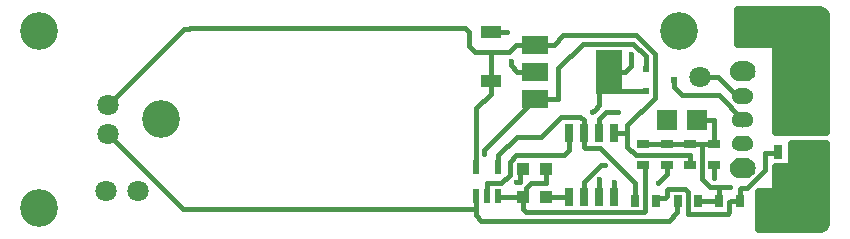
<source format=gbr>
G04 #@! TF.GenerationSoftware,KiCad,Pcbnew,5.1.0-unknown-9e240db~82~ubuntu18.04.1*
G04 #@! TF.CreationDate,2019-04-16T23:18:16+02:00*
G04 #@! TF.ProjectId,VoltMax PWM Board A,566f6c74-4d61-4782-9050-574d20426f61,rev?*
G04 #@! TF.SameCoordinates,Original*
G04 #@! TF.FileFunction,Copper,L2,Bot*
G04 #@! TF.FilePolarity,Positive*
%FSLAX46Y46*%
G04 Gerber Fmt 4.6, Leading zero omitted, Abs format (unit mm)*
G04 Created by KiCad (PCBNEW 5.1.0-unknown-9e240db~82~ubuntu18.04.1) date 2019-04-16 23:18:16*
%MOMM*%
%LPD*%
G04 APERTURE LIST*
%ADD10C,0.100000*%
%ADD11C,1.700000*%
%ADD12C,1.300000*%
%ADD13R,4.700000X1.500000*%
%ADD14R,4.200000X3.100000*%
%ADD15R,0.700000X1.150000*%
%ADD16C,5.000000*%
%ADD17C,3.200000*%
%ADD18R,1.800000X1.800000*%
%ADD19R,1.000000X0.670000*%
%ADD20R,1.000000X1.000000*%
%ADD21R,1.720000X1.120000*%
%ADD22R,0.650000X1.525000*%
%ADD23R,2.200000X3.800000*%
%ADD24R,2.200000X1.500000*%
%ADD25R,0.575000X0.620000*%
%ADD26R,0.670000X1.000000*%
%ADD27R,0.600000X1.200000*%
%ADD28C,1.800000*%
%ADD29C,0.400000*%
%ADD30C,0.400000*%
%ADD31C,0.500000*%
G04 APERTURE END LIST*
D10*
G36*
X176980000Y-105089000D02*
G01*
X177113000Y-105079000D01*
X177242000Y-105047000D01*
X177365000Y-104996000D01*
X177479000Y-104927000D01*
X177580000Y-104840000D01*
X177667000Y-104739000D01*
X177736000Y-104625000D01*
X177787000Y-104502000D01*
X177819000Y-104373000D01*
X177829000Y-104240000D01*
X177819000Y-104107000D01*
X177787000Y-103978000D01*
X177736000Y-103855000D01*
X177667000Y-103741000D01*
X177580000Y-103640000D01*
X177479000Y-103553000D01*
X177365000Y-103484000D01*
X177242000Y-103433000D01*
X177113000Y-103401000D01*
X176980000Y-103391000D01*
X176480000Y-103391000D01*
X176347000Y-103401000D01*
X176218000Y-103433000D01*
X176095000Y-103484000D01*
X175981000Y-103553000D01*
X175880000Y-103640000D01*
X175793000Y-103741000D01*
X175724000Y-103855000D01*
X175673000Y-103978000D01*
X175641000Y-104107000D01*
X175631000Y-104240000D01*
X175641000Y-104373000D01*
X175673000Y-104502000D01*
X175724000Y-104625000D01*
X175793000Y-104739000D01*
X175880000Y-104840000D01*
X175981000Y-104927000D01*
X176095000Y-104996000D01*
X176218000Y-105047000D01*
X176347000Y-105079000D01*
X176480000Y-105089000D01*
X176980000Y-105089000D01*
G37*
G36*
X176980000Y-96889000D02*
G01*
X177113000Y-96879000D01*
X177242000Y-96847000D01*
X177365000Y-96796000D01*
X177479000Y-96727000D01*
X177580000Y-96640000D01*
X177667000Y-96539000D01*
X177736000Y-96425000D01*
X177787000Y-96302000D01*
X177819000Y-96173000D01*
X177829000Y-96040000D01*
X177819000Y-95907000D01*
X177787000Y-95778000D01*
X177736000Y-95655000D01*
X177667000Y-95541000D01*
X177580000Y-95440000D01*
X177479000Y-95353000D01*
X177365000Y-95284000D01*
X177242000Y-95233000D01*
X177113000Y-95201000D01*
X176980000Y-95191000D01*
X176480000Y-95191000D01*
X176347000Y-95201000D01*
X176218000Y-95233000D01*
X176095000Y-95284000D01*
X175981000Y-95353000D01*
X175880000Y-95440000D01*
X175793000Y-95541000D01*
X175724000Y-95655000D01*
X175673000Y-95778000D01*
X175641000Y-95907000D01*
X175631000Y-96040000D01*
X175641000Y-96173000D01*
X175673000Y-96302000D01*
X175724000Y-96425000D01*
X175793000Y-96539000D01*
X175880000Y-96640000D01*
X175981000Y-96727000D01*
X176095000Y-96796000D01*
X176218000Y-96847000D01*
X176347000Y-96879000D01*
X176480000Y-96889000D01*
X176980000Y-96889000D01*
G37*
G36*
X176980000Y-102789000D02*
G01*
X177082000Y-102781000D01*
X177181000Y-102757000D01*
X177275000Y-102718000D01*
X177361000Y-102665000D01*
X177439000Y-102599000D01*
X177505000Y-102521000D01*
X177558000Y-102435000D01*
X177597000Y-102341000D01*
X177621000Y-102242000D01*
X177629000Y-102140000D01*
X177621000Y-102038000D01*
X177597000Y-101939000D01*
X177558000Y-101845000D01*
X177505000Y-101759000D01*
X177439000Y-101681000D01*
X177361000Y-101615000D01*
X177275000Y-101562000D01*
X177181000Y-101523000D01*
X177082000Y-101499000D01*
X176980000Y-101491000D01*
X176480000Y-101491000D01*
X176378000Y-101499000D01*
X176279000Y-101523000D01*
X176185000Y-101562000D01*
X176099000Y-101615000D01*
X176021000Y-101681000D01*
X175955000Y-101759000D01*
X175902000Y-101845000D01*
X175863000Y-101939000D01*
X175839000Y-102038000D01*
X175831000Y-102140000D01*
X175839000Y-102242000D01*
X175863000Y-102341000D01*
X175902000Y-102435000D01*
X175955000Y-102521000D01*
X176021000Y-102599000D01*
X176099000Y-102665000D01*
X176185000Y-102718000D01*
X176279000Y-102757000D01*
X176378000Y-102781000D01*
X176480000Y-102789000D01*
X176980000Y-102789000D01*
G37*
G36*
X176980000Y-100789000D02*
G01*
X177082000Y-100781000D01*
X177181000Y-100757000D01*
X177275000Y-100718000D01*
X177361000Y-100665000D01*
X177439000Y-100599000D01*
X177505000Y-100521000D01*
X177558000Y-100435000D01*
X177597000Y-100341000D01*
X177621000Y-100242000D01*
X177629000Y-100140000D01*
X177621000Y-100038000D01*
X177597000Y-99939000D01*
X177558000Y-99845000D01*
X177505000Y-99759000D01*
X177439000Y-99681000D01*
X177361000Y-99615000D01*
X177275000Y-99562000D01*
X177181000Y-99523000D01*
X177082000Y-99499000D01*
X176980000Y-99491000D01*
X176480000Y-99491000D01*
X176378000Y-99499000D01*
X176279000Y-99523000D01*
X176185000Y-99562000D01*
X176099000Y-99615000D01*
X176021000Y-99681000D01*
X175955000Y-99759000D01*
X175902000Y-99845000D01*
X175863000Y-99939000D01*
X175839000Y-100038000D01*
X175831000Y-100140000D01*
X175839000Y-100242000D01*
X175863000Y-100341000D01*
X175902000Y-100435000D01*
X175955000Y-100521000D01*
X176021000Y-100599000D01*
X176099000Y-100665000D01*
X176185000Y-100718000D01*
X176279000Y-100757000D01*
X176378000Y-100781000D01*
X176480000Y-100789000D01*
X176980000Y-100789000D01*
G37*
G36*
X176980000Y-98789000D02*
G01*
X177082000Y-98781000D01*
X177181000Y-98757000D01*
X177275000Y-98718000D01*
X177361000Y-98665000D01*
X177439000Y-98599000D01*
X177505000Y-98521000D01*
X177558000Y-98435000D01*
X177597000Y-98341000D01*
X177621000Y-98242000D01*
X177629000Y-98140000D01*
X177621000Y-98038000D01*
X177597000Y-97939000D01*
X177558000Y-97845000D01*
X177505000Y-97759000D01*
X177439000Y-97681000D01*
X177361000Y-97615000D01*
X177275000Y-97562000D01*
X177181000Y-97523000D01*
X177082000Y-97499000D01*
X176980000Y-97491000D01*
X176480000Y-97491000D01*
X176378000Y-97499000D01*
X176279000Y-97523000D01*
X176185000Y-97562000D01*
X176099000Y-97615000D01*
X176021000Y-97681000D01*
X175955000Y-97759000D01*
X175902000Y-97845000D01*
X175863000Y-97939000D01*
X175839000Y-98038000D01*
X175831000Y-98140000D01*
X175839000Y-98242000D01*
X175863000Y-98341000D01*
X175902000Y-98435000D01*
X175955000Y-98521000D01*
X176021000Y-98599000D01*
X176099000Y-98665000D01*
X176185000Y-98718000D01*
X176279000Y-98757000D01*
X176378000Y-98781000D01*
X176480000Y-98789000D01*
X176980000Y-98789000D01*
G37*
D11*
X176730000Y-104240000D03*
X176730000Y-96040000D03*
D12*
X176730000Y-102140000D03*
X176730000Y-100140000D03*
X176730000Y-98140000D03*
D13*
X181650000Y-97450000D03*
D14*
X181650000Y-99750000D03*
D15*
X179745000Y-102925000D03*
X181015000Y-102925000D03*
X182285000Y-102925000D03*
X183555000Y-102925000D03*
D16*
X181600000Y-93090000D03*
X181600000Y-107220000D03*
D17*
X117169000Y-107644000D03*
X117169000Y-92643600D03*
X171309000Y-92643600D03*
X127515000Y-100115000D03*
D18*
X170340000Y-100144000D03*
X172880000Y-100144000D03*
D19*
X168300000Y-102225000D03*
X168300000Y-103975000D03*
X170300000Y-102225000D03*
X170300000Y-103975000D03*
X172300000Y-102225000D03*
X172300000Y-103975000D03*
X174300000Y-102225000D03*
X174300000Y-103975000D03*
D20*
X160050000Y-104300000D03*
X158150000Y-104300000D03*
X158150000Y-106700000D03*
X160050000Y-106700000D03*
D21*
X155400000Y-96875000D03*
X155400000Y-92725000D03*
D22*
X165805000Y-101288000D03*
X164535000Y-101288000D03*
X163265000Y-101288000D03*
X161995000Y-101288000D03*
X161995000Y-106712000D03*
X163265000Y-106712000D03*
X164535000Y-106712000D03*
X165805000Y-106712000D03*
D23*
X165450000Y-96100000D03*
D24*
X159150000Y-98400000D03*
X159150000Y-96100000D03*
X159150000Y-93800000D03*
D25*
X170888000Y-96800000D03*
X168512000Y-95850000D03*
X168512000Y-97750000D03*
D26*
X174725000Y-107000000D03*
X176475000Y-107000000D03*
X172975000Y-107000000D03*
X171225000Y-107000000D03*
X169375000Y-107000000D03*
X167625000Y-107000000D03*
D27*
X156050000Y-104150000D03*
X154150000Y-104150000D03*
X154150000Y-106650000D03*
X155100000Y-106650000D03*
X156050000Y-106650000D03*
D28*
X173100000Y-96500000D03*
X123000000Y-101400000D03*
X122980000Y-98910000D03*
X122800000Y-106200000D03*
X125500000Y-106200000D03*
D29*
X166200000Y-99500000D03*
X167316200Y-94592000D03*
X161571400Y-103161200D03*
X179500000Y-109200000D03*
X178100000Y-109200000D03*
X178800000Y-109200000D03*
X178800000Y-108500000D03*
X178100000Y-108500000D03*
X178100000Y-107800000D03*
X178800000Y-107800000D03*
X178100000Y-107100000D03*
X178800000Y-107100000D03*
X178800000Y-106400000D03*
X183800000Y-105000000D03*
X179600000Y-105000000D03*
X179600000Y-104300000D03*
X180300000Y-104300000D03*
X183800000Y-104300000D03*
X183100000Y-104300000D03*
X181700000Y-104300000D03*
X181000000Y-104300000D03*
X182400000Y-104300000D03*
X183100000Y-103600000D03*
X181000000Y-103600000D03*
X181700000Y-103600000D03*
X182400000Y-103600000D03*
X183800000Y-103600000D03*
X182400000Y-102900000D03*
X181000000Y-102900000D03*
X183800000Y-102900000D03*
X181700000Y-102900000D03*
X183100000Y-102900000D03*
X183800000Y-102200000D03*
X183100000Y-102200000D03*
X182400000Y-102200000D03*
X181700000Y-102200000D03*
X181000000Y-102200000D03*
X178100000Y-106400000D03*
X175634150Y-105865850D03*
X157100004Y-95199996D03*
X164000000Y-99500000D03*
X164599982Y-105199979D03*
X179600000Y-95400000D03*
X183800000Y-95400000D03*
X183800000Y-96100000D03*
X183100000Y-96100000D03*
X182400000Y-96100000D03*
X183100000Y-96800000D03*
X182400000Y-96800000D03*
X183800000Y-96800000D03*
X183100000Y-97500000D03*
X183800000Y-97500000D03*
X182400000Y-97500000D03*
X182400000Y-98200000D03*
X182400000Y-98900000D03*
X183800000Y-98200000D03*
X183800000Y-100300000D03*
X183800000Y-99600000D03*
X183800000Y-98900000D03*
X183800000Y-101000000D03*
X180300000Y-101000000D03*
X183100000Y-100300000D03*
X181000000Y-101000000D03*
X182400000Y-100300000D03*
X181000000Y-100300000D03*
X181700000Y-99600000D03*
X183100000Y-101000000D03*
X183100000Y-98200000D03*
X181700000Y-100300000D03*
X181000000Y-99600000D03*
X179600000Y-99600000D03*
X179600000Y-101000000D03*
X182400000Y-101000000D03*
X180300000Y-100300000D03*
X182400000Y-99600000D03*
X180300000Y-99600000D03*
X179600000Y-100300000D03*
X183100000Y-99600000D03*
X183100000Y-98900000D03*
X181700000Y-101000000D03*
X180300000Y-96800000D03*
X181700000Y-98900000D03*
X181700000Y-96800000D03*
X180300000Y-97500000D03*
X181000000Y-98900000D03*
X181700000Y-97500000D03*
X181700000Y-96100000D03*
X180300000Y-98900000D03*
X181000000Y-96800000D03*
X181000000Y-96100000D03*
X179600000Y-97500000D03*
X179600000Y-98900000D03*
X181000000Y-97500000D03*
X181700000Y-98200000D03*
X179600000Y-96100000D03*
X180300000Y-96100000D03*
X179600000Y-96800000D03*
X179600000Y-98200000D03*
X180300000Y-98200000D03*
X181000000Y-98200000D03*
X178400000Y-93700000D03*
X176400000Y-93700000D03*
X177100000Y-93700000D03*
X177750000Y-93700000D03*
X177100000Y-93000000D03*
X178400000Y-93000000D03*
X176400000Y-93000000D03*
X177750000Y-93000000D03*
X177100000Y-92300000D03*
X178400000Y-92300000D03*
X177750000Y-92300000D03*
X176400000Y-92300000D03*
X178400000Y-91600000D03*
X177750000Y-91600000D03*
X177100000Y-91600000D03*
X179100000Y-90900000D03*
X178400000Y-90900000D03*
X176400000Y-91600000D03*
X177750000Y-90900000D03*
X177100000Y-90900000D03*
X176400000Y-90900000D03*
X165801800Y-105446000D03*
X157500000Y-105400000D03*
X156782600Y-92702700D03*
X174300001Y-105064490D03*
X165100000Y-104000000D03*
X169532000Y-105488900D03*
X154860500Y-103049700D03*
D30*
X164535000Y-101288000D02*
X164535000Y-100125500D01*
X165917158Y-99500000D02*
X166200000Y-99500000D01*
X165160500Y-99500000D02*
X165917158Y-99500000D01*
X164535000Y-100125500D02*
X165160500Y-99500000D01*
X156050000Y-106650000D02*
X156100000Y-106700000D01*
X156200000Y-106700000D02*
X158150000Y-106700000D01*
X156100000Y-106700000D02*
X156200000Y-106700000D01*
X158150000Y-106700000D02*
X158286000Y-106700000D01*
X158400000Y-105900000D02*
X158400000Y-106450000D01*
X158800000Y-105500000D02*
X158400000Y-105900000D01*
X160050000Y-104300000D02*
X160050000Y-105500000D01*
X160050000Y-105500000D02*
X158800000Y-105500000D01*
X168460001Y-107900001D02*
X168460001Y-104260001D01*
X168360001Y-108000001D02*
X168460001Y-107900001D01*
X158150000Y-106700000D02*
X158150000Y-107750000D01*
X158150000Y-107750000D02*
X158400000Y-108000001D01*
X158400000Y-108000001D02*
X168360001Y-108000001D01*
X172300000Y-102225000D02*
X171300300Y-102225000D01*
X170300000Y-102225000D02*
X171300300Y-102225000D01*
X170300000Y-102225000D02*
X168300000Y-102225000D01*
X172300000Y-102225000D02*
X174300000Y-102225000D01*
X172936000Y-100200000D02*
X172880000Y-100144000D01*
X174300000Y-102225000D02*
X174300000Y-100200000D01*
X174300000Y-100200000D02*
X172936000Y-100200000D01*
X174600000Y-107000000D02*
X173075000Y-107000000D01*
X174725000Y-105975000D02*
X174834150Y-105865850D01*
X174725000Y-107000000D02*
X174725000Y-105975000D01*
X174834150Y-105865850D02*
X175634150Y-105865850D01*
X161995000Y-102737600D02*
X161571400Y-103161200D01*
X161995000Y-101288000D02*
X161995000Y-102737600D01*
X155100000Y-105549700D02*
X155100000Y-106650000D01*
X156269200Y-105549700D02*
X155100000Y-105549700D01*
X157000000Y-104818900D02*
X156269200Y-105549700D01*
X157000000Y-103702500D02*
X157000000Y-104818900D01*
X161571400Y-103161200D02*
X157541300Y-103161200D01*
X157541300Y-103161200D02*
X157000000Y-103702500D01*
X159150000Y-96100000D02*
X157650000Y-96100000D01*
X157650000Y-96100000D02*
X157100004Y-95550004D01*
X157100004Y-95550004D02*
X157100004Y-95482838D01*
X157100004Y-95482838D02*
X157100004Y-95199996D01*
X166800000Y-96100000D02*
X165450000Y-96100000D01*
X167316200Y-94592000D02*
X167316200Y-95583800D01*
X167316200Y-95583800D02*
X166800000Y-96100000D01*
X165450000Y-97150000D02*
X165450000Y-96100000D01*
X168512000Y-97750000D02*
X166050000Y-97750000D01*
X166050000Y-97750000D02*
X165450000Y-97150000D01*
X164600000Y-96650000D02*
X164600000Y-98900000D01*
X164600000Y-98900000D02*
X164199999Y-99300001D01*
X164199999Y-99300001D02*
X164000000Y-99500000D01*
X173965850Y-105865850D02*
X174834150Y-105865850D01*
X173300000Y-105200000D02*
X173965850Y-105865850D01*
X174300000Y-102225000D02*
X173300000Y-102225000D01*
X173300000Y-102225000D02*
X173300000Y-105200000D01*
X164600000Y-106647039D02*
X164600000Y-105200000D01*
X179670000Y-103000000D02*
X179745000Y-102925000D01*
X176475000Y-106025000D02*
X176600000Y-105900000D01*
X176475000Y-106800000D02*
X176475000Y-106025000D01*
X176600000Y-105900000D02*
X177068002Y-105900000D01*
X177068002Y-105900000D02*
X178600000Y-104368002D01*
X178600000Y-104368002D02*
X178600000Y-103000000D01*
X178600000Y-103000000D02*
X179670000Y-103000000D01*
X170289999Y-106099999D02*
X170289999Y-106645039D01*
X171860001Y-105999999D02*
X170389999Y-105999999D01*
X170389999Y-105999999D02*
X170289999Y-106099999D01*
X172100000Y-106239998D02*
X171860001Y-105999999D01*
X175740000Y-107000000D02*
X175600000Y-107140000D01*
X170135038Y-106800000D02*
X169475000Y-106800000D01*
X176475000Y-107000000D02*
X175740000Y-107000000D01*
X175600000Y-107140000D02*
X175600000Y-108000000D01*
X170289999Y-106645039D02*
X170135038Y-106800000D01*
X175600000Y-108000000D02*
X175500000Y-108100000D01*
X175500000Y-108100000D02*
X172100000Y-108100000D01*
X172100000Y-108100000D02*
X172100000Y-106239998D01*
X176285000Y-98140000D02*
X176730000Y-98140000D01*
X173100000Y-96500000D02*
X174645000Y-96500000D01*
X174645000Y-96500000D02*
X176285000Y-98140000D01*
X174690000Y-98100000D02*
X176730000Y-100140000D01*
X171600000Y-98100000D02*
X174690000Y-98100000D01*
X170900000Y-96900000D02*
X170900000Y-97400000D01*
X170900000Y-97400000D02*
X171600000Y-98100000D01*
X160100000Y-106700000D02*
X160050000Y-106700000D01*
X161995000Y-106712000D02*
X160112000Y-106712000D01*
X160112000Y-106712000D02*
X160100000Y-106700000D01*
X165805000Y-105449200D02*
X165801800Y-105446000D01*
X165805000Y-106712000D02*
X165805000Y-105449200D01*
X157500000Y-105400000D02*
X157900000Y-105400000D01*
X157900000Y-105400000D02*
X157900000Y-105000000D01*
X157900000Y-104349989D02*
X157900000Y-105000000D01*
X157900000Y-105000000D02*
X157900000Y-105200000D01*
X174300000Y-103975000D02*
X174300001Y-104781648D01*
X174300001Y-104781648D02*
X174300001Y-105064490D01*
X164717158Y-104000000D02*
X164817158Y-104000000D01*
X163265000Y-106712000D02*
X163265000Y-105452158D01*
X163265000Y-105452158D02*
X164717158Y-104000000D01*
X164817158Y-104000000D02*
X165100000Y-104000000D01*
X156779900Y-92700000D02*
X156782600Y-92702700D01*
X155400000Y-92725000D02*
X155425000Y-92700000D01*
X155425000Y-92700000D02*
X156779900Y-92700000D01*
X156050000Y-104150000D02*
X156050000Y-103150000D01*
X157600000Y-101600000D02*
X159695498Y-101600000D01*
X161359496Y-99936002D02*
X162999998Y-99936002D01*
X163265000Y-100201004D02*
X163265000Y-101288000D01*
X159695498Y-101600000D02*
X161359496Y-99936002D01*
X162999998Y-99936002D02*
X163265000Y-100201004D01*
X156050000Y-103150000D02*
X157600000Y-101600000D01*
X163265000Y-102450500D02*
X163265000Y-101288000D01*
X163365300Y-102550800D02*
X163265000Y-102450500D01*
X167600000Y-105510035D02*
X164640765Y-102550800D01*
X167725000Y-106800000D02*
X167600000Y-106675000D01*
X164640765Y-102550800D02*
X163365300Y-102550800D01*
X167600000Y-106675000D02*
X167600000Y-105510035D01*
X159150000Y-98400000D02*
X154860500Y-102689500D01*
X154860500Y-102689500D02*
X154860500Y-103049700D01*
X170300000Y-104720900D02*
X169532000Y-105488900D01*
X170300000Y-103975000D02*
X170300000Y-104720900D01*
X161100000Y-98400000D02*
X159150000Y-98400000D01*
X161100000Y-95800000D02*
X161100000Y-98400000D01*
X167414200Y-93699600D02*
X163200400Y-93699600D01*
X163200400Y-93699600D02*
X161100000Y-95800000D01*
X168512000Y-95850000D02*
X168512000Y-94797400D01*
X168512000Y-94797400D02*
X167414200Y-93699600D01*
X159150000Y-93800000D02*
X157549700Y-93800000D01*
X155400000Y-94384900D02*
X155400000Y-96875000D01*
X155400000Y-94384900D02*
X156964800Y-94384900D01*
X156964800Y-94384900D02*
X157549700Y-93800000D01*
X166966500Y-101288000D02*
X166966500Y-102446500D01*
X166966500Y-102446500D02*
X167659700Y-103139700D01*
X167659700Y-103139700D02*
X172300000Y-103139700D01*
X160750300Y-93800000D02*
X161551000Y-92999300D01*
X161551000Y-92999300D02*
X167715600Y-92999300D01*
X167715600Y-92999300D02*
X169299800Y-94583500D01*
X169299800Y-94583500D02*
X169299800Y-98271200D01*
X169299800Y-98271200D02*
X166966500Y-100604500D01*
X166966500Y-100604500D02*
X166966500Y-101288000D01*
X166966500Y-101288000D02*
X165805000Y-101288000D01*
X172300000Y-103975000D02*
X172300000Y-103139700D01*
X159150000Y-93800000D02*
X160750300Y-93800000D01*
X155400000Y-96875000D02*
X155400000Y-97935300D01*
X154150000Y-104150000D02*
X154150000Y-99185300D01*
X154150000Y-99185300D02*
X155400000Y-97935300D01*
X154084900Y-94384900D02*
X155400000Y-94384900D01*
X129438700Y-92451300D02*
X129895214Y-92451300D01*
X122980000Y-98910000D02*
X129438700Y-92451300D01*
X129959924Y-92386590D02*
X153236276Y-92386590D01*
X129895214Y-92451300D02*
X129959924Y-92386590D01*
X153573110Y-93873110D02*
X154084900Y-94384900D01*
X153236276Y-92386590D02*
X153573110Y-92723424D01*
X153573110Y-92723424D02*
X153573110Y-93873110D01*
X123000000Y-101400000D02*
X129350300Y-107750300D01*
X129350300Y-107750300D02*
X154150000Y-107750300D01*
X154150000Y-106650000D02*
X154150000Y-107750300D01*
X171200000Y-108000000D02*
X171200000Y-106875000D01*
X170499988Y-108700012D02*
X171200000Y-108000000D01*
X154600012Y-108700012D02*
X170499988Y-108700012D01*
X154150000Y-107750300D02*
X154150000Y-108250000D01*
X154150000Y-108250000D02*
X154600012Y-108700012D01*
D31*
G36*
X183271097Y-90786278D02*
G01*
X183415306Y-90829798D01*
X183548321Y-90900502D01*
X183665061Y-90995689D01*
X183761095Y-91111745D01*
X183832758Y-91244245D01*
X183877319Y-91388135D01*
X183896101Y-91566618D01*
X183896100Y-101250000D01*
X179450000Y-101250000D01*
X179450000Y-94100000D01*
X179445196Y-94051227D01*
X179430970Y-94004329D01*
X179407867Y-93961107D01*
X179376777Y-93923223D01*
X179338893Y-93892133D01*
X179295671Y-93869030D01*
X179248773Y-93854804D01*
X179200000Y-93850000D01*
X176250000Y-93850000D01*
X176250000Y-90768600D01*
X183090577Y-90768600D01*
X183271097Y-90786278D01*
X183271097Y-90786278D01*
G37*
X183271097Y-90786278D02*
X183415306Y-90829798D01*
X183548321Y-90900502D01*
X183665061Y-90995689D01*
X183761095Y-91111745D01*
X183832758Y-91244245D01*
X183877319Y-91388135D01*
X183896101Y-91566618D01*
X183896100Y-101250000D01*
X179450000Y-101250000D01*
X179450000Y-94100000D01*
X179445196Y-94051227D01*
X179430970Y-94004329D01*
X179407867Y-93961107D01*
X179376777Y-93923223D01*
X179338893Y-93892133D01*
X179295671Y-93869030D01*
X179248773Y-93854804D01*
X179200000Y-93850000D01*
X176250000Y-93850000D01*
X176250000Y-90768600D01*
X183090577Y-90768600D01*
X183271097Y-90786278D01*
G36*
X183896100Y-106324303D02*
G01*
X183896101Y-106324313D01*
X183896100Y-108713066D01*
X183878421Y-108893595D01*
X183834901Y-109037805D01*
X183764199Y-109170817D01*
X183669009Y-109287561D01*
X183552954Y-109383594D01*
X183420452Y-109455259D01*
X183276565Y-109499819D01*
X183098091Y-109518600D01*
X178050000Y-109518600D01*
X178050000Y-106150000D01*
X179200000Y-106150000D01*
X179248773Y-106145196D01*
X179295671Y-106130970D01*
X179338893Y-106107867D01*
X179376777Y-106076777D01*
X179407867Y-106038893D01*
X179430970Y-105995671D01*
X179445196Y-105948773D01*
X179450000Y-105900000D01*
X179450000Y-104052661D01*
X180095000Y-104052661D01*
X180122018Y-104050000D01*
X180600000Y-104050000D01*
X180648773Y-104045196D01*
X180695671Y-104030970D01*
X180738893Y-104007867D01*
X180776777Y-103976777D01*
X180807867Y-103938893D01*
X180830970Y-103895671D01*
X180845196Y-103848773D01*
X180850000Y-103800000D01*
X180850000Y-102150000D01*
X183896100Y-102150000D01*
X183896100Y-106324303D01*
X183896100Y-106324303D01*
G37*
X183896100Y-106324303D02*
X183896101Y-106324313D01*
X183896100Y-108713066D01*
X183878421Y-108893595D01*
X183834901Y-109037805D01*
X183764199Y-109170817D01*
X183669009Y-109287561D01*
X183552954Y-109383594D01*
X183420452Y-109455259D01*
X183276565Y-109499819D01*
X183098091Y-109518600D01*
X178050000Y-109518600D01*
X178050000Y-106150000D01*
X179200000Y-106150000D01*
X179248773Y-106145196D01*
X179295671Y-106130970D01*
X179338893Y-106107867D01*
X179376777Y-106076777D01*
X179407867Y-106038893D01*
X179430970Y-105995671D01*
X179445196Y-105948773D01*
X179450000Y-105900000D01*
X179450000Y-104052661D01*
X180095000Y-104052661D01*
X180122018Y-104050000D01*
X180600000Y-104050000D01*
X180648773Y-104045196D01*
X180695671Y-104030970D01*
X180738893Y-104007867D01*
X180776777Y-103976777D01*
X180807867Y-103938893D01*
X180830970Y-103895671D01*
X180845196Y-103848773D01*
X180850000Y-103800000D01*
X180850000Y-102150000D01*
X183896100Y-102150000D01*
X183896100Y-106324303D01*
M02*

</source>
